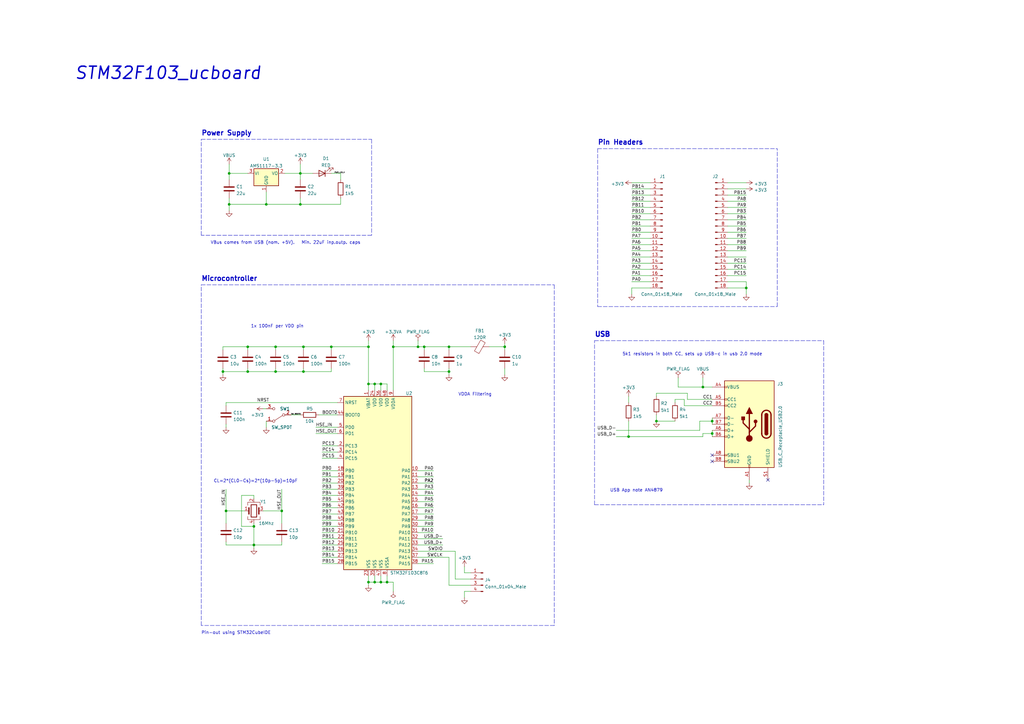
<source format=kicad_sch>
(kicad_sch (version 20211123) (generator eeschema)
  (paper "A3")
  (title_block (title "STM32f103_ucboard") (date "2022-02-07") (rev "0.1") (company "jpais") (comment 1 "jorge-pais.github.io"))
  (lib_symbols
    (symbol "Connector:Conn_01x04_Male" (pin_names (offset 1.016) hide)
      (property "Reference" "J" (at 0 5.08 0))
      (property "Value" "Conn_01x04_Male" (at 0 -7.62 0))
      (symbol "Conn_01x04_Male_1_1"
        (polyline (pts (xy 1.27 -5.08) (xy 0.8636 -5.08)) (stroke (width 0.1524)))
        (polyline (pts (xy 1.27 -2.54) (xy 0.8636 -2.54)) (stroke (width 0.1524)))
        (polyline (pts (xy 1.27 0) (xy 0.8636 0)) (stroke (width 0.1524)))
        (polyline (pts (xy 1.27 2.54) (xy 0.8636 2.54)) (stroke (width 0.1524)))
        (rectangle (start 0.8636 -4.953) (end 0 -5.207) (stroke (width 0.1524)) (fill (type outline)))
        (rectangle (start 0.8636 -2.413) (end 0 -2.667) (stroke (width 0.1524)) (fill (type outline)))
        (rectangle (start 0.8636 0.127) (end 0 -0.127) (stroke (width 0.1524)) (fill (type outline)))
        (rectangle (start 0.8636 2.667) (end 0 2.413) (stroke (width 0.1524)) (fill (type outline)))
        (pin passive line (at 5.08 2.54 180) (length 3.81) (name "Pin_1") (number "1"))
        (pin passive line (at 5.08 0 180) (length 3.81) (name "Pin_2") (number "2"))
        (pin passive line (at 5.08 -2.54 180) (length 3.81) (name "Pin_3") (number "3"))
        (pin passive line (at 5.08 -5.08 180) (length 3.81) (name "Pin_4") (number "4"))
      )
    )
    (symbol "Connector:Conn_01x18_Male" (pin_names (offset 1.016) hide)
      (property "Reference" "J" (at 0 22.86 0))
      (property "Value" "Conn_01x18_Male" (at 0 -25.4 0))
      (symbol "Conn_01x18_Male_1_1"
        (polyline (pts (xy 1.27 -22.86) (xy 0.8636 -22.86)) (stroke (width 0.1524)))
        (polyline (pts (xy 1.27 -20.32) (xy 0.8636 -20.32)) (stroke (width 0.1524)))
        (polyline (pts (xy 1.27 -17.78) (xy 0.8636 -17.78)) (stroke (width 0.1524)))
        (polyline (pts (xy 1.27 -15.24) (xy 0.8636 -15.24)) (stroke (width 0.1524)))
        (polyline (pts (xy 1.27 -12.7) (xy 0.8636 -12.7)) (stroke (width 0.1524)))
        (polyline (pts (xy 1.27 -10.16) (xy 0.8636 -10.16)) (stroke (width 0.1524)))
        (polyline (pts (xy 1.27 -7.62) (xy 0.8636 -7.62)) (stroke (width 0.1524)))
        (polyline (pts (xy 1.27 -5.08) (xy 0.8636 -5.08)) (stroke (width 0.1524)))
        (polyline (pts (xy 1.27 -2.54) (xy 0.8636 -2.54)) (stroke (width 0.1524)))
        (polyline (pts (xy 1.27 0) (xy 0.8636 0)) (stroke (width 0.1524)))
        (polyline (pts (xy 1.27 2.54) (xy 0.8636 2.54)) (stroke (width 0.1524)))
        (polyline (pts (xy 1.27 5.08) (xy 0.8636 5.08)) (stroke (width 0.1524)))
        (polyline (pts (xy 1.27 7.62) (xy 0.8636 7.62)) (stroke (width 0.1524)))
        (polyline (pts (xy 1.27 10.16) (xy 0.8636 10.16)) (stroke (width 0.1524)))
        (polyline (pts (xy 1.27 12.7) (xy 0.8636 12.7)) (stroke (width 0.1524)))
        (polyline (pts (xy 1.27 15.24) (xy 0.8636 15.24)) (stroke (width 0.1524)))
        (polyline (pts (xy 1.27 17.78) (xy 0.8636 17.78)) (stroke (width 0.1524)))
        (polyline (pts (xy 1.27 20.32) (xy 0.8636 20.32)) (stroke (width 0.1524)))
        (rectangle (start 0.8636 -22.733) (end 0 -22.987) (stroke (width 0.1524)) (fill (type outline)))
        (rectangle (start 0.8636 -20.193) (end 0 -20.447) (stroke (width 0.1524)) (fill (type outline)))
        (rectangle (start 0.8636 -17.653) (end 0 -17.907) (stroke (width 0.1524)) (fill (type outline)))
        (rectangle (start 0.8636 -15.113) (end 0 -15.367) (stroke (width 0.1524)) (fill (type outline)))
        (rectangle (start 0.8636 -12.573) (end 0 -12.827) (stroke (width 0.1524)) (fill (type outline)))
        (rectangle (start 0.8636 -10.033) (end 0 -10.287) (stroke (width 0.1524)) (fill (type outline)))
        (rectangle (start 0.8636 -7.493) (end 0 -7.747) (stroke (width 0.1524)) (fill (type outline)))
        (rectangle (start 0.8636 -4.953) (end 0 -5.207) (stroke (width 0.1524)) (fill (type outline)))
        (rectangle (start 0.8636 -2.413) (end 0 -2.667) (stroke (width 0.1524)) (fill (type outline)))
        (rectangle (start 0.8636 0.127) (end 0 -0.127) (stroke (width 0.1524)) (fill (type outline)))
        (rectangle (start 0.8636 2.667) (end 0 2.413) (stroke (width 0.1524)) (fill (type outline)))
        (rectangle (start 0.8636 5.207) (end 0 4.953) (stroke (width 0.1524)) (fill (type outline)))
        (rectangle (start 0.8636 7.747) (end 0 7.493) (stroke (width 0.1524)) (fill (type outline)))
        (rectangle (start 0.8636 10.287) (end 0 10.033) (stroke (width 0.1524)) (fill (type outline)))
        (rectangle (start 0.8636 12.827) (end 0 12.573) (stroke (width 0.1524)) (fill (type outline)))
        (rectangle (start 0.8636 15.367) (end 0 15.113) (stroke (width 0.1524)) (fill (type outline)))
        (rectangle (start 0.8636 17.907) (end 0 17.653) (stroke (width 0.1524)) (fill (type outline)))
        (rectangle (start 0.8636 20.447) (end 0 20.193) (stroke (width 0.1524)) (fill (type outline)))
        (pin passive line (at 5.08 20.32 180) (length 3.81) (name "Pin_1") (number "1"))
        (pin passive line (at 5.08 -2.54 180) (length 3.81) (name "Pin_10") (number "10"))
        (pin passive line (at 5.08 -5.08 180) (length 3.81) (name "Pin_11") (number "11"))
        (pin passive line (at 5.08 -7.62 180) (length 3.81) (name "Pin_12") (number "12"))
        (pin passive line (at 5.08 -10.16 180) (length 3.81) (name "Pin_13") (number "13"))
        (pin passive line (at 5.08 -12.7 180) (length 3.81) (name "Pin_14") (number "14"))
        (pin passive line (at 5.08 -15.24 180) (length 3.81) (name "Pin_15") (number "15"))
        (pin passive line (at 5.08 -17.78 180) (length 3.81) (name "Pin_16") (number "16"))
        (pin passive line (at 5.08 -20.32 180) (length 3.81) (name "Pin_17") (number "17"))
        (pin passive line (at 5.08 -22.86 180) (length 3.81) (name "Pin_18") (number "18"))
        (pin passive line (at 5.08 17.78 180) (length 3.81) (name "Pin_2") (number "2"))
        (pin passive line (at 5.08 15.24 180) (length 3.81) (name "Pin_3") (number "3"))
        (pin passive line (at 5.08 12.7 180) (length 3.81) (name "Pin_4") (number "4"))
        (pin passive line (at 5.08 10.16 180) (length 3.81) (name "Pin_5") (number "5"))
        (pin passive line (at 5.08 7.62 180) (length 3.81) (name "Pin_6") (number "6"))
        (pin passive line (at 5.08 5.08 180) (length 3.81) (name "Pin_7") (number "7"))
        (pin passive line (at 5.08 2.54 180) (length 3.81) (name "Pin_8") (number "8"))
        (pin passive line (at 5.08 0 180) (length 3.81) (name "Pin_9") (number "9"))
      )
    )
    (symbol "Connector:USB_C_Receptacle_USB2.0" (pin_names (offset 1.016))
      (property "Reference" "J" (at -10.16 19.05 0))
      (property "Value" "USB_C_Receptacle_USB2.0" (at 19.05 19.05 0))
      (symbol "USB_C_Receptacle_USB2.0_0_0"
        (rectangle (start -0.254 -17.78) (end 0.254 -16.764))
        (rectangle (start 10.16 -14.986) (end 9.144 -15.494))
        (rectangle (start 10.16 -12.446) (end 9.144 -12.954))
        (rectangle (start 10.16 -4.826) (end 9.144 -5.334))
        (rectangle (start 10.16 -2.286) (end 9.144 -2.794))
        (rectangle (start 10.16 0.254) (end 9.144 -0.254))
        (rectangle (start 10.16 2.794) (end 9.144 2.286))
        (rectangle (start 10.16 7.874) (end 9.144 7.366))
        (rectangle (start 10.16 10.414) (end 9.144 9.906))
        (rectangle (start 10.16 15.494) (end 9.144 14.986))
      )
      (symbol "USB_C_Receptacle_USB2.0_0_1"
        (rectangle (start -10.16 17.78) (end 10.16 -17.78) (stroke (width 0.254)) (fill (type background)))
        (arc (start -8.89 -3.81) (mid -6.985 -5.715) (end -5.08 -3.81) (stroke (width 0.508)))
        (arc (start -7.62 -3.81) (mid -6.985 -4.445) (end -6.35 -3.81) (stroke (width 0.254)))
        (arc (start -7.62 -3.81) (mid -6.985 -4.445) (end -6.35 -3.81) (stroke (width 0.254)) (fill (type outline)))
        (rectangle (start -7.62 -3.81) (end -6.35 3.81) (stroke (width 0.254)) (fill (type outline)))
        (arc (start -6.35 3.81) (mid -6.985 4.445) (end -7.62 3.81) (stroke (width 0.254)))
        (arc (start -6.35 3.81) (mid -6.985 4.445) (end -7.62 3.81) (stroke (width 0.254)) (fill (type outline)))
        (arc (start -5.08 3.81) (mid -6.985 5.715) (end -8.89 3.81) (stroke (width 0.508)))
        (circle (center -2.54 1.143) (radius 0.635) (stroke (width 0.254)) (fill (type outline)))
        (circle (center 0 -5.842) (radius 1.27) (fill (type outline)))
        (polyline (pts (xy -8.89 -3.81) (xy -8.89 3.81)) (stroke (width 0.508)))
        (polyline (pts (xy -5.08 3.81) (xy -5.08 -3.81)) (stroke (width 0.508)))
        (polyline (pts (xy 0 -5.842) (xy 0 4.318)) (stroke (width 0.508)))
        (polyline (pts (xy 0 -3.302) (xy -2.54 -0.762) (xy -2.54 0.508)) (stroke (width 0.508)))
        (polyline (pts (xy 0 -2.032) (xy 2.54 0.508) (xy 2.54 1.778)) (stroke (width 0.508)))
        (polyline (pts (xy -1.27 4.318) (xy 0 6.858) (xy 1.27 4.318) (xy -1.27 4.318)) (stroke (width 0.254)) (fill (type outline)))
        (rectangle (start 1.905 1.778) (end 3.175 3.048) (stroke (width 0.254)) (fill (type outline)))
      )
      (symbol "USB_C_Receptacle_USB2.0_1_1"
        (pin passive line (at 0 -22.86 90) (length 5.08) (name "GND") (number "A1"))
        (pin passive line (at 0 -22.86 90) (length 5.08) hide (name "GND") (number "A12"))
        (pin passive line (at 15.24 15.24 180) (length 5.08) (name "VBUS") (number "A4"))
        (pin bidirectional line (at 15.24 10.16 180) (length 5.08) (name "CC1") (number "A5"))
        (pin bidirectional line (at 15.24 -2.54 180) (length 5.08) (name "D+") (number "A6"))
        (pin bidirectional line (at 15.24 2.54 180) (length 5.08) (name "D-") (number "A7"))
        (pin bidirectional line (at 15.24 -12.7 180) (length 5.08) (name "SBU1") (number "A8"))
        (pin passive line (at 15.24 15.24 180) (length 5.08) hide (name "VBUS") (number "A9"))
        (pin passive line (at 0 -22.86 90) (length 5.08) hide (name "GND") (number "B1"))
        (pin passive line (at 0 -22.86 90) (length 5.08) hide (name "GND") (number "B12"))
        (pin passive line (at 15.24 15.24 180) (length 5.08) hide (name "VBUS") (number "B4"))
        (pin bidirectional line (at 15.24 7.62 180) (length 5.08) (name "CC2") (number "B5"))
        (pin bidirectional line (at 15.24 -5.08 180) (length 5.08) (name "D+") (number "B6"))
        (pin bidirectional line (at 15.24 0 180) (length 5.08) (name "D-") (number "B7"))
        (pin bidirectional line (at 15.24 -15.24 180) (length 5.08) (name "SBU2") (number "B8"))
        (pin passive line (at 15.24 15.24 180) (length 5.08) hide (name "VBUS") (number "B9"))
        (pin passive line (at -7.62 -22.86 90) (length 5.08) (name "SHIELD") (number "S1"))
      )
    )
    (symbol "Device:C" (pin_numbers hide) (pin_names (offset 0.254))
      (property "Reference" "C" (at 0.635 2.54 0))
      (property "Value" "C" (at 0.635 -2.54 0))
      (symbol "C_0_1"
        (polyline (pts (xy -2.032 -0.762) (xy 2.032 -0.762)) (stroke (width 0.508)))
        (polyline (pts (xy -2.032 0.762) (xy 2.032 0.762)) (stroke (width 0.508)))
      )
      (symbol "C_1_1"
        (pin passive line (at 0 3.81 270) (length 2.794) (name "~") (number "1"))
        (pin passive line (at 0 -3.81 90) (length 2.794) (name "~") (number "2"))
      )
    )
    (symbol "Device:Crystal_GND24" (pin_names (offset 1.016) hide)
      (property "Reference" "Y" (at 3.175 5.08 0))
      (property "Value" "Crystal_GND24" (at 3.175 3.175 0))
      (symbol "Crystal_GND24_0_1"
        (rectangle (start -1.143 2.54) (end 1.143 -2.54) (stroke (width 0.3048)))
        (polyline (pts (xy -2.54 0) (xy -2.032 0)))
        (polyline (pts (xy -2.032 -1.27) (xy -2.032 1.27)) (stroke (width 0.508)))
        (polyline (pts (xy 0 -3.81) (xy 0 -3.556)))
        (polyline (pts (xy 0 3.556) (xy 0 3.81)))
        (polyline (pts (xy 2.032 -1.27) (xy 2.032 1.27)) (stroke (width 0.508)))
        (polyline (pts (xy 2.032 0) (xy 2.54 0)))
        (polyline (pts (xy -2.54 -2.286) (xy -2.54 -3.556) (xy 2.54 -3.556) (xy 2.54 -2.286)))
        (polyline (pts (xy -2.54 2.286) (xy -2.54 3.556) (xy 2.54 3.556) (xy 2.54 2.286)))
      )
      (symbol "Crystal_GND24_1_1"
        (pin passive line (at -3.81 0 0) (length 1.27) (name "1") (number "1"))
        (pin passive line (at 0 5.08 270) (length 1.27) (name "2") (number "2"))
        (pin passive line (at 3.81 0 180) (length 1.27) (name "3") (number "3"))
        (pin passive line (at 0 -5.08 90) (length 1.27) (name "4") (number "4"))
      )
    )
    (symbol "Device:FerriteBead" (pin_numbers hide) (pin_names (offset 0))
      (property "Reference" "FB" (at -3.81 0.635 90))
      (property "Value" "FerriteBead" (at 3.81 0 90))
      (symbol "FerriteBead_0_1"
        (polyline (pts (xy 0 -1.27) (xy 0 -1.2192)))
        (polyline (pts (xy 0 1.27) (xy 0 1.2954)))
        (polyline (pts (xy -2.7686 0.4064) (xy -1.7018 2.2606) (xy 2.7686 -0.3048) (xy 1.6764 -2.159) (xy -2.7686 0.4064)))
      )
      (symbol "FerriteBead_1_1"
        (pin passive line (at 0 3.81 270) (length 2.54) (name "~") (number "1"))
        (pin passive line (at 0 -3.81 90) (length 2.54) (name "~") (number "2"))
      )
    )
    (symbol "Device:LED" (pin_numbers hide) (pin_names (offset 1.016) hide)
      (property "Reference" "D" (at 0 2.54 0))
      (property "Value" "LED" (at 0 -2.54 0))
      (symbol "LED_0_1"
        (polyline (pts (xy -1.27 -1.27) (xy -1.27 1.27)) (stroke (width 0.254)))
        (polyline (pts (xy -1.27 0) (xy 1.27 0)))
        (polyline (pts (xy 1.27 -1.27) (xy 1.27 1.27) (xy -1.27 0) (xy 1.27 -1.27)) (stroke (width 0.254)))
        (polyline (pts (xy -3.048 -0.762) (xy -4.572 -2.286) (xy -3.81 -2.286) (xy -4.572 -2.286) (xy -4.572 -1.524)))
        (polyline (pts (xy -1.778 -0.762) (xy -3.302 -2.286) (xy -2.54 -2.286) (xy -3.302 -2.286) (xy -3.302 -1.524)))
      )
      (symbol "LED_1_1"
        (pin passive line (at -3.81 0 0) (length 2.54) (name "K") (number "1"))
        (pin passive line (at 3.81 0 180) (length 2.54) (name "A") (number "2"))
      )
    )
    (symbol "Device:R" (pin_numbers hide) (pin_names (offset 0))
      (property "Reference" "R" (at 2.032 0 90))
      (property "Value" "R" (at 0 0 90))
      (symbol "R_0_1"
        (rectangle (start -1.016 -2.54) (end 1.016 2.54) (stroke (width 0.254)))
      )
      (symbol "R_1_1"
        (pin passive line (at 0 3.81 270) (length 1.27) (name "~") (number "1"))
        (pin passive line (at 0 -3.81 90) (length 1.27) (name "~") (number "2"))
      )
    )
    (symbol "MCU_ST_STM32F1:STM32F103C8Tx"
      (property "Reference" "U" (at -15.24 36.83 0))
      (property "Value" "STM32F103C8Tx" (at 7.62 36.83 0))
      (symbol "STM32F103C8Tx_0_1"
        (rectangle (start -15.24 -35.56) (end 12.7 35.56) (stroke (width 0.254)) (fill (type background)))
      )
      (symbol "STM32F103C8Tx_1_1"
        (pin power_in line (at -5.08 38.1 270) (length 2.54) (name "VBAT") (number "1"))
        (pin bidirectional line (at 15.24 5.08 180) (length 2.54) (name "PA0") (number "10"))
        (pin bidirectional line (at 15.24 2.54 180) (length 2.54) (name "PA1") (number "11"))
        (pin bidirectional line (at 15.24 0 180) (length 2.54) (name "PA2") (number "12"))
        (pin bidirectional line (at 15.24 -2.54 180) (length 2.54) (name "PA3") (number "13"))
        (pin bidirectional line (at 15.24 -5.08 180) (length 2.54) (name "PA4") (number "14"))
        (pin bidirectional line (at 15.24 -7.62 180) (length 2.54) (name "PA5") (number "15"))
        (pin bidirectional line (at 15.24 -10.16 180) (length 2.54) (name "PA6") (number "16"))
        (pin bidirectional line (at 15.24 -12.7 180) (length 2.54) (name "PA7") (number "17"))
        (pin bidirectional line (at -17.78 5.08 0) (length 2.54) (name "PB0") (number "18"))
        (pin bidirectional line (at -17.78 2.54 0) (length 2.54) (name "PB1") (number "19"))
        (pin bidirectional line (at -17.78 15.24 0) (length 2.54) (name "PC13") (number "2"))
        (pin bidirectional line (at -17.78 0 0) (length 2.54) (name "PB2") (number "20"))
        (pin bidirectional line (at -17.78 -20.32 0) (length 2.54) (name "PB10") (number "21"))
        (pin bidirectional line (at -17.78 -22.86 0) (length 2.54) (name "PB11") (number "22"))
        (pin power_in line (at -5.08 -38.1 90) (length 2.54) (name "VSS") (number "23"))
        (pin power_in line (at -2.54 38.1 270) (length 2.54) (name "VDD") (number "24"))
        (pin bidirectional line (at -17.78 -25.4 0) (length 2.54) (name "PB12") (number "25"))
        (pin bidirectional line (at -17.78 -27.94 0) (length 2.54) (name "PB13") (number "26"))
        (pin bidirectional line (at -17.78 -30.48 0) (length 2.54) (name "PB14") (number "27"))
        (pin bidirectional line (at -17.78 -33.02 0) (length 2.54) (name "PB15") (number "28"))
        (pin bidirectional line (at 15.24 -15.24 180) (length 2.54) (name "PA8") (number "29"))
        (pin bidirectional line (at -17.78 12.7 0) (length 2.54) (name "PC14") (number "3"))
        (pin bidirectional line (at 15.24 -17.78 180) (length 2.54) (name "PA9") (number "30"))
        (pin bidirectional line (at 15.24 -20.32 180) (length 2.54) (name "PA10") (number "31"))
        (pin bidirectional line (at 15.24 -22.86 180) (length 2.54) (name "PA11") (number "32"))
        (pin bidirectional line (at 15.24 -25.4 180) (length 2.54) (name "PA12") (number "33"))
        (pin bidirectional line (at 15.24 -27.94 180) (length 2.54) (name "PA13") (number "34"))
        (pin power_in line (at -2.54 -38.1 90) (length 2.54) (name "VSS") (number "35"))
        (pin power_in line (at 0 38.1 270) (length 2.54) (name "VDD") (number "36"))
        (pin bidirectional line (at 15.24 -30.48 180) (length 2.54) (name "PA14") (number "37"))
        (pin bidirectional line (at 15.24 -33.02 180) (length 2.54) (name "PA15") (number "38"))
        (pin bidirectional line (at -17.78 -2.54 0) (length 2.54) (name "PB3") (number "39"))
        (pin bidirectional line (at -17.78 10.16 0) (length 2.54) (name "PC15") (number "4"))
        (pin bidirectional line (at -17.78 -5.08 0) (length 2.54) (name "PB4") (number "40"))
        (pin bidirectional line (at -17.78 -7.62 0) (length 2.54) (name "PB5") (number "41"))
        (pin bidirectional line (at -17.78 -10.16 0) (length 2.54) (name "PB6") (number "42"))
        (pin bidirectional line (at -17.78 -12.7 0) (length 2.54) (name "PB7") (number "43"))
        (pin input line (at -17.78 27.94 0) (length 2.54) (name "BOOT0") (number "44"))
        (pin bidirectional line (at -17.78 -15.24 0) (length 2.54) (name "PB8") (number "45"))
        (pin bidirectional line (at -17.78 -17.78 0) (length 2.54) (name "PB9") (number "46"))
        (pin power_in line (at 0 -38.1 90) (length 2.54) (name "VSS") (number "47"))
        (pin power_in line (at 2.54 38.1 270) (length 2.54) (name "VDD") (number "48"))
        (pin input line (at -17.78 22.86 0) (length 2.54) (name "PD0") (number "5"))
        (pin input line (at -17.78 20.32 0) (length 2.54) (name "PD1") (number "6"))
        (pin input line (at -17.78 33.02 0) (length 2.54) (name "NRST") (number "7"))
        (pin power_in line (at 2.54 -38.1 90) (length 2.54) (name "VSSA") (number "8"))
        (pin power_in line (at 5.08 38.1 270) (length 2.54) (name "VDDA") (number "9"))
      )
    )
    (symbol "Regulator_Linear:AMS1117-3.3" (pin_names (offset 0.254))
      (property "Reference" "U" (at -3.81 3.175 0))
      (property "Value" "AMS1117-3.3" (at 0 3.175 0))
      (symbol "AMS1117-3.3_0_1"
        (rectangle (start -5.08 -5.08) (end 5.08 1.905) (stroke (width 0.254)) (fill (type background)))
      )
      (symbol "AMS1117-3.3_1_1"
        (pin power_in line (at 0 -7.62 90) (length 2.54) (name "GND") (number "1"))
        (pin power_out line (at 7.62 0 180) (length 2.54) (name "VO") (number "2"))
        (pin power_in line (at -7.62 0 0) (length 2.54) (name "VI") (number "3"))
      )
    )
    (symbol "Switch:SW_SPDT" (pin_names (offset 0) hide)
      (property "Reference" "SW" (at 0 4.318 0))
      (property "Value" "SW_SPDT" (at 0 -5.08 0))
      (symbol "SW_SPDT_0_0"
        (circle (center -2.032 0) (radius 0.508))
        (circle (center 2.032 -2.54) (radius 0.508))
      )
      (symbol "SW_SPDT_0_1"
        (polyline (pts (xy -1.524 0.254) (xy 1.651 2.286)))
        (circle (center 2.032 2.54) (radius 0.508))
      )
      (symbol "SW_SPDT_1_1"
        (pin passive line (at 5.08 2.54 180) (length 2.54) (name "A") (number "1"))
        (pin passive line (at -5.08 0 0) (length 2.54) (name "B") (number "2"))
        (pin passive line (at 5.08 -2.54 180) (length 2.54) (name "C") (number "3"))
      )
    )
    (symbol "power:+3.3V" (power) (pin_names (offset 0))
      (property "Value" "+3.3V" (at 0 3.556 0))
      (symbol "+3.3V_0_1"
        (polyline (pts (xy -0.762 1.27) (xy 0 2.54)))
        (polyline (pts (xy 0 0) (xy 0 2.54)))
        (polyline (pts (xy 0 2.54) (xy 0.762 1.27)))
      )
      (symbol "+3.3V_1_1"
        (pin power_in line (at 0 0 90) (length 0) hide (name "+3V3") (number "1"))
      )
    )
    (symbol "power:+3.3VA" (power) (pin_names (offset 0))
      (property "Value" "+3.3VA" (at 0 3.556 0))
      (symbol "+3.3VA_0_1"
        (polyline (pts (xy -0.762 1.27) (xy 0 2.54)))
        (polyline (pts (xy 0 0) (xy 0 2.54)))
        (polyline (pts (xy 0 2.54) (xy 0.762 1.27)))
      )
      (symbol "+3.3VA_1_1"
        (pin power_in line (at 0 0 90) (length 0) hide (name "+3.3VA") (number "1"))
      )
    )
    (symbol "power:GND" (power) (pin_names (offset 0))
      (property "Value" "GND" (at 0 -3.81 0))
      (symbol "GND_0_1"
        (polyline (pts (xy 0 0) (xy 0 -1.27) (xy 1.27 -1.27) (xy 0 -2.54) (xy -1.27 -1.27) (xy 0 -1.27)))
      )
      (symbol "GND_1_1"
        (pin power_in line (at 0 0 270) (length 0) hide (name "GND") (number "1"))
      )
    )
    (symbol "power:PWR_FLAG" (power) (pin_numbers hide) (pin_names (offset 0) hide)
      (property "Value" "PWR_FLAG" (at 0 3.81 0))
      (symbol "PWR_FLAG_0_0"
        (pin power_out line (at 0 0 90) (length 0) (name "pwr") (number "1"))
      )
      (symbol "PWR_FLAG_0_1"
        (polyline (pts (xy 0 0) (xy 0 1.27) (xy -1.016 1.905) (xy 0 2.54) (xy 1.016 1.905) (xy 0 1.27)))
      )
    )
    (symbol "power:VBUS" (power) (pin_names (offset 0))
      (property "Value" "VBUS" (at 0 3.81 0))
      (symbol "VBUS_0_1"
        (polyline (pts (xy -0.762 1.27) (xy 0 2.54)))
        (polyline (pts (xy 0 0) (xy 0 2.54)))
        (polyline (pts (xy 0 2.54) (xy 0.762 1.27)))
      )
      (symbol "VBUS_1_1"
        (pin power_in line (at 0 0 90) (length 0) hide (name "VBUS") (number "1"))
      )
    )
  )
  (junction (at 207.01 142.24))
  (junction (at 123.19 83.82))
  (junction (at 184.15 142.24))
  (junction (at 161.29 142.24))
  (junction (at 113.03 152.4))
  (junction (at 156.21 238.76))
  (junction (at 292.1 172.72))
  (junction (at 184.15 152.4))
  (junction (at 153.67 238.76))
  (junction (at 91.44 152.4))
  (junction (at 93.98 71.12))
  (junction (at 124.46 152.4))
  (junction (at 93.98 83.82))
  (junction (at 306.07 118.11))
  (junction (at 101.6 142.24))
  (junction (at 151.13 142.24))
  (junction (at 269.24 172.72))
  (junction (at 115.57 209.55))
  (junction (at 151.13 238.76))
  (junction (at 123.19 71.12))
  (junction (at 257.81 179.07))
  (junction (at 153.67 157.48))
  (junction (at 101.6 152.4))
  (junction (at 173.99 142.24))
  (junction (at 104.14 215.9))
  (junction (at 288.29 158.75))
  (junction (at 156.21 157.48))
  (junction (at 104.14 223.52))
  (junction (at 158.75 238.76))
  (junction (at 92.71 209.55))
  (junction (at 151.13 157.48))
  (junction (at 135.89 142.24))
  (junction (at 113.03 142.24))
  (junction (at 171.45 142.24))
  (junction (at 124.46 142.24))
  (junction (at 292.1 177.8))
  (junction (at 109.22 83.82))
  (no_connect (at 292.1 189.23))
  (no_connect (at 292.1 186.69))
  (no_connect (at 314.96 196.85))
  (wire (pts (xy 104.14 214.63) (xy 104.14 215.9)))
  (wire (pts (xy 119.38 170.18) (xy 123.19 170.18)))
  (wire (pts (xy 306.07 118.11) (xy 306.07 120.65)))
  (wire (pts (xy 288.29 158.75) (xy 292.1 158.75)))
  (polyline (pts (xy 245.11 125.73) (xy 318.77 125.73)))
  (wire (pts (xy 113.03 142.24) (xy 101.6 142.24)))
  (wire (pts (xy 132.08 228.6) (xy 138.43 228.6)))
  (wire (pts (xy 259.08 100.33) (xy 266.7 100.33)))
  (wire (pts (xy 93.98 83.82) (xy 109.22 83.82)))
  (wire (pts (xy 132.08 198.12) (xy 138.43 198.12)))
  (wire (pts (xy 124.46 142.24) (xy 124.46 143.51)))
  (wire (pts (xy 156.21 238.76) (xy 158.75 238.76)))
  (wire (pts (xy 173.99 142.24) (xy 173.99 143.51)))
  (wire (pts (xy 259.08 82.55) (xy 266.7 82.55)))
  (wire (pts (xy 171.45 198.12) (xy 177.8 198.12)))
  (wire (pts (xy 124.46 151.13) (xy 124.46 152.4)))
  (polyline (pts (xy 227.33 116.84) (xy 227.33 256.54)))
  (wire (pts (xy 153.67 236.22) (xy 153.67 238.76)))
  (wire (pts (xy 104.14 215.9) (xy 99.06 215.9)))
  (wire (pts (xy 298.45 100.33) (xy 306.07 100.33)))
  (wire (pts (xy 259.08 107.95) (xy 266.7 107.95)))
  (wire (pts (xy 124.46 142.24) (xy 113.03 142.24)))
  (wire (pts (xy 104.14 203.2) (xy 104.14 204.47)))
  (wire (pts (xy 124.46 152.4) (xy 135.89 152.4)))
  (wire (pts (xy 292.1 172.72) (xy 292.1 173.99)))
  (wire (pts (xy 101.6 142.24) (xy 101.6 143.51)))
  (polyline (pts (xy 152.4 57.15) (xy 152.4 96.52)))
  (wire (pts (xy 307.34 196.85) (xy 307.34 198.12)))
  (wire (pts (xy 115.57 209.55) (xy 115.57 214.63)))
  (wire (pts (xy 99.06 203.2) (xy 104.14 203.2)))
  (wire (pts (xy 151.13 236.22) (xy 151.13 238.76)))
  (wire (pts (xy 151.13 238.76) (xy 153.67 238.76)))
  (wire (pts (xy 252.73 176.53) (xy 287.02 176.53)))
  (wire (pts (xy 190.5 234.95) (xy 193.04 234.95)))
  (wire (pts (xy 259.08 90.17) (xy 266.7 90.17)))
  (wire (pts (xy 139.7 81.28) (xy 139.7 83.82)))
  (wire (pts (xy 135.89 143.51) (xy 135.89 142.24)))
  (wire (pts (xy 132.08 226.06) (xy 138.43 226.06)))
  (wire (pts (xy 115.57 200.66) (xy 115.57 209.55)))
  (wire (pts (xy 269.24 161.29) (xy 281.94 161.29)))
  (wire (pts (xy 132.08 182.88) (xy 138.43 182.88)))
  (wire (pts (xy 184.15 151.13) (xy 184.15 152.4)))
  (wire (pts (xy 104.14 215.9) (xy 104.14 223.52)))
  (wire (pts (xy 92.71 165.1) (xy 138.43 165.1)))
  (wire (pts (xy 280.67 166.37) (xy 292.1 166.37)))
  (wire (pts (xy 292.1 177.8) (xy 292.1 179.07)))
  (wire (pts (xy 281.94 161.29) (xy 281.94 163.83)))
  (wire (pts (xy 161.29 238.76) (xy 158.75 238.76)))
  (wire (pts (xy 107.95 167.64) (xy 109.22 167.64)))
  (wire (pts (xy 259.08 110.49) (xy 266.7 110.49)))
  (wire (pts (xy 91.44 142.24) (xy 91.44 143.51)))
  (wire (pts (xy 257.81 172.72) (xy 257.81 179.07)))
  (wire (pts (xy 135.89 151.13) (xy 135.89 152.4)))
  (wire (pts (xy 190.5 232.41) (xy 190.5 234.95)))
  (wire (pts (xy 132.08 210.82) (xy 138.43 210.82)))
  (wire (pts (xy 139.7 71.12) (xy 139.7 73.66)))
  (wire (pts (xy 298.45 82.55) (xy 306.07 82.55)))
  (wire (pts (xy 171.45 193.04) (xy 177.8 193.04)))
  (wire (pts (xy 193.04 242.57) (xy 190.5 242.57)))
  (wire (pts (xy 298.45 107.95) (xy 306.07 107.95)))
  (wire (pts (xy 132.08 185.42) (xy 138.43 185.42)))
  (wire (pts (xy 132.08 203.2) (xy 138.43 203.2)))
  (polyline (pts (xy 243.84 207.01) (xy 243.84 139.7)))
  (wire (pts (xy 93.98 67.31) (xy 93.98 71.12)))
  (wire (pts (xy 278.13 158.75) (xy 288.29 158.75)))
  (wire (pts (xy 132.08 220.98) (xy 138.43 220.98)))
  (polyline (pts (xy 82.55 116.84) (xy 227.33 116.84)))
  (wire (pts (xy 132.08 187.96) (xy 138.43 187.96)))
  (wire (pts (xy 288.29 177.8) (xy 288.29 179.07)))
  (wire (pts (xy 93.98 71.12) (xy 93.98 73.66)))
  (polyline (pts (xy 152.4 96.52) (xy 82.55 96.52)))
  (wire (pts (xy 269.24 170.18) (xy 269.24 172.72)))
  (wire (pts (xy 135.89 142.24) (xy 151.13 142.24)))
  (wire (pts (xy 113.03 151.13) (xy 113.03 152.4)))
  (wire (pts (xy 207.01 142.24) (xy 207.01 143.51)))
  (wire (pts (xy 153.67 157.48) (xy 156.21 157.48)))
  (wire (pts (xy 292.1 171.45) (xy 292.1 172.72)))
  (wire (pts (xy 109.22 78.74) (xy 109.22 83.82)))
  (wire (pts (xy 123.19 83.82) (xy 139.7 83.82)))
  (wire (pts (xy 298.45 102.87) (xy 306.07 102.87)))
  (wire (pts (xy 135.89 142.24) (xy 124.46 142.24)))
  (wire (pts (xy 115.57 222.25) (xy 115.57 223.52)))
  (wire (pts (xy 259.08 115.57) (xy 266.7 115.57)))
  (wire (pts (xy 306.07 115.57) (xy 306.07 118.11)))
  (wire (pts (xy 171.45 215.9) (xy 177.8 215.9)))
  (wire (pts (xy 132.08 231.14) (xy 138.43 231.14)))
  (polyline (pts (xy 337.82 139.7) (xy 337.82 207.01)))
  (polyline (pts (xy 245.11 60.96) (xy 318.77 60.96)))
  (polyline (pts (xy 318.77 125.73) (xy 318.77 60.96)))
  (wire (pts (xy 132.08 195.58) (xy 138.43 195.58)))
  (wire (pts (xy 151.13 157.48) (xy 151.13 160.02)))
  (wire (pts (xy 104.14 223.52) (xy 115.57 223.52)))
  (wire (pts (xy 101.6 152.4) (xy 113.03 152.4)))
  (wire (pts (xy 171.45 142.24) (xy 161.29 142.24)))
  (wire (pts (xy 91.44 152.4) (xy 101.6 152.4)))
  (wire (pts (xy 132.08 213.36) (xy 138.43 213.36)))
  (wire (pts (xy 184.15 228.6) (xy 184.15 240.03)))
  (wire (pts (xy 298.45 74.93) (xy 306.07 74.93)))
  (wire (pts (xy 298.45 95.25) (xy 306.07 95.25)))
  (wire (pts (xy 281.94 163.83) (xy 292.1 163.83)))
  (wire (pts (xy 161.29 142.24) (xy 161.29 160.02)))
  (wire (pts (xy 184.15 143.51) (xy 184.15 142.24)))
  (wire (pts (xy 101.6 71.12) (xy 93.98 71.12)))
  (wire (pts (xy 252.73 179.07) (xy 257.81 179.07)))
  (wire (pts (xy 161.29 142.24) (xy 161.29 139.7)))
  (wire (pts (xy 171.45 223.52) (xy 181.61 223.52)))
  (wire (pts (xy 298.45 90.17) (xy 306.07 90.17)))
  (polyline (pts (xy 243.84 139.7) (xy 337.82 139.7)))
  (wire (pts (xy 132.08 205.74) (xy 138.43 205.74)))
  (wire (pts (xy 132.08 223.52) (xy 138.43 223.52)))
  (wire (pts (xy 132.08 218.44) (xy 138.43 218.44)))
  (wire (pts (xy 184.15 142.24) (xy 173.99 142.24)))
  (wire (pts (xy 92.71 209.55) (xy 92.71 214.63)))
  (wire (pts (xy 113.03 142.24) (xy 113.03 143.51)))
  (wire (pts (xy 171.45 226.06) (xy 186.69 226.06)))
  (wire (pts (xy 91.44 151.13) (xy 91.44 152.4)))
  (wire (pts (xy 116.84 71.12) (xy 123.19 71.12)))
  (wire (pts (xy 132.08 208.28) (xy 138.43 208.28)))
  (wire (pts (xy 298.45 115.57) (xy 306.07 115.57)))
  (wire (pts (xy 109.22 83.82) (xy 123.19 83.82)))
  (wire (pts (xy 259.08 95.25) (xy 266.7 95.25)))
  (wire (pts (xy 259.08 97.79) (xy 266.7 97.79)))
  (wire (pts (xy 269.24 172.72) (xy 276.86 172.72)))
  (wire (pts (xy 101.6 151.13) (xy 101.6 152.4)))
  (wire (pts (xy 123.19 71.12) (xy 128.27 71.12)))
  (polyline (pts (xy 82.55 256.54) (xy 82.55 116.84)))
  (polyline (pts (xy 243.84 207.01) (xy 337.82 207.01)))
  (wire (pts (xy 123.19 67.31) (xy 123.19 71.12)))
  (wire (pts (xy 171.45 231.14) (xy 177.8 231.14)))
  (wire (pts (xy 298.45 85.09) (xy 306.07 85.09)))
  (wire (pts (xy 132.08 200.66) (xy 138.43 200.66)))
  (wire (pts (xy 104.14 224.79) (xy 104.14 223.52)))
  (wire (pts (xy 207.01 151.13) (xy 207.01 153.67)))
  (wire (pts (xy 292.1 177.8) (xy 288.29 177.8)))
  (wire (pts (xy 92.71 223.52) (xy 104.14 223.52)))
  (wire (pts (xy 276.86 165.1) (xy 276.86 163.83)))
  (wire (pts (xy 99.06 215.9) (xy 99.06 203.2)))
  (wire (pts (xy 288.29 154.94) (xy 288.29 158.75)))
  (wire (pts (xy 156.21 236.22) (xy 156.21 238.76)))
  (polyline (pts (xy 245.11 60.96) (xy 245.11 125.73)))
  (wire (pts (xy 259.08 105.41) (xy 266.7 105.41)))
  (wire (pts (xy 113.03 152.4) (xy 124.46 152.4)))
  (wire (pts (xy 171.45 203.2) (xy 177.8 203.2)))
  (wire (pts (xy 107.95 209.55) (xy 115.57 209.55)))
  (wire (pts (xy 173.99 142.24) (xy 171.45 142.24)))
  (wire (pts (xy 259.08 74.93) (xy 266.7 74.93)))
  (wire (pts (xy 123.19 83.82) (xy 123.19 81.28)))
  (wire (pts (xy 186.69 237.49) (xy 186.69 226.06)))
  (wire (pts (xy 292.1 176.53) (xy 292.1 177.8)))
  (wire (pts (xy 171.45 213.36) (xy 177.8 213.36)))
  (wire (pts (xy 259.08 113.03) (xy 266.7 113.03)))
  (wire (pts (xy 171.45 195.58) (xy 177.8 195.58)))
  (wire (pts (xy 269.24 162.56) (xy 269.24 161.29)))
  (wire (pts (xy 151.13 142.24) (xy 151.13 157.48)))
  (wire (pts (xy 200.66 142.24) (xy 207.01 142.24)))
  (wire (pts (xy 298.45 80.01) (xy 306.07 80.01)))
  (wire (pts (xy 190.5 242.57) (xy 190.5 245.11)))
  (wire (pts (xy 207.01 140.97) (xy 207.01 142.24)))
  (wire (pts (xy 153.67 157.48) (xy 153.67 160.02)))
  (wire (pts (xy 278.13 154.94) (xy 278.13 158.75)))
  (wire (pts (xy 161.29 242.57) (xy 161.29 238.76)))
  (wire (pts (xy 298.45 105.41) (xy 306.07 105.41)))
  (wire (pts (xy 93.98 81.28) (xy 93.98 83.82)))
  (wire (pts (xy 298.45 113.03) (xy 306.07 113.03)))
  (wire (pts (xy 129.54 177.8) (xy 138.43 177.8)))
  (wire (pts (xy 171.45 220.98) (xy 181.61 220.98)))
  (wire (pts (xy 184.15 142.24) (xy 193.04 142.24)))
  (wire (pts (xy 171.45 228.6) (xy 184.15 228.6)))
  (wire (pts (xy 132.08 215.9) (xy 138.43 215.9)))
  (wire (pts (xy 259.08 85.09) (xy 266.7 85.09)))
  (wire (pts (xy 298.45 97.79) (xy 306.07 97.79)))
  (polyline (pts (xy 82.55 57.15) (xy 152.4 57.15)))
  (wire (pts (xy 171.45 139.7) (xy 171.45 142.24)))
  (wire (pts (xy 173.99 151.13) (xy 173.99 152.4)))
  (wire (pts (xy 132.08 193.04) (xy 138.43 193.04)))
  (polyline (pts (xy 227.33 256.54) (xy 82.55 256.54)))
  (wire (pts (xy 259.08 118.11) (xy 259.08 120.65)))
  (wire (pts (xy 298.45 118.11) (xy 306.07 118.11)))
  (wire (pts (xy 151.13 238.76) (xy 151.13 240.03)))
  (wire (pts (xy 184.15 152.4) (xy 184.15 153.67)))
  (wire (pts (xy 259.08 77.47) (xy 266.7 77.47)))
  (wire (pts (xy 130.81 170.18) (xy 138.43 170.18)))
  (wire (pts (xy 287.02 172.72) (xy 287.02 176.53)))
  (wire (pts (xy 92.71 175.26) (xy 92.71 173.99)))
  (wire (pts (xy 171.45 208.28) (xy 177.8 208.28)))
  (wire (pts (xy 153.67 238.76) (xy 156.21 238.76)))
  (wire (pts (xy 92.71 222.25) (xy 92.71 223.52)))
  (wire (pts (xy 292.1 172.72) (xy 287.02 172.72)))
  (wire (pts (xy 259.08 92.71) (xy 266.7 92.71)))
  (wire (pts (xy 92.71 200.66) (xy 92.71 209.55)))
  (wire (pts (xy 184.15 152.4) (xy 173.99 152.4)))
  (wire (pts (xy 184.15 240.03) (xy 193.04 240.03)))
  (wire (pts (xy 93.98 83.82) (xy 93.98 86.36)))
  (wire (pts (xy 259.08 102.87) (xy 266.7 102.87)))
  (wire (pts (xy 259.08 80.01) (xy 266.7 80.01)))
  (wire (pts (xy 135.89 71.12) (xy 139.7 71.12)))
  (wire (pts (xy 171.45 205.74) (xy 177.8 205.74)))
  (wire (pts (xy 257.81 162.56) (xy 257.81 165.1)))
  (wire (pts (xy 298.45 77.47) (xy 306.07 77.47)))
  (wire (pts (xy 151.13 157.48) (xy 153.67 157.48)))
  (wire (pts (xy 151.13 139.7) (xy 151.13 142.24)))
  (wire (pts (xy 257.81 179.07) (xy 288.29 179.07)))
  (wire (pts (xy 259.08 118.11) (xy 266.7 118.11)))
  (wire (pts (xy 171.45 200.66) (xy 177.8 200.66)))
  (polyline (pts (xy 82.55 96.52) (xy 82.55 57.15)))
  (wire (pts (xy 171.45 210.82) (xy 177.8 210.82)))
  (wire (pts (xy 259.08 87.63) (xy 266.7 87.63)))
  (wire (pts (xy 92.71 166.37) (xy 92.71 165.1)))
  (wire (pts (xy 276.86 163.83) (xy 280.67 163.83)))
  (wire (pts (xy 298.45 87.63) (xy 306.07 87.63)))
  (wire (pts (xy 171.45 218.44) (xy 177.8 218.44)))
  (wire (pts (xy 156.21 157.48) (xy 156.21 160.02)))
  (wire (pts (xy 298.45 92.71) (xy 306.07 92.71)))
  (wire (pts (xy 92.71 209.55) (xy 100.33 209.55)))
  (wire (pts (xy 91.44 152.4) (xy 91.44 153.67)))
  (wire (pts (xy 193.04 237.49) (xy 186.69 237.49)))
  (wire (pts (xy 298.45 110.49) (xy 306.07 110.49)))
  (wire (pts (xy 158.75 236.22) (xy 158.75 238.76)))
  (wire (pts (xy 123.19 71.12) (xy 123.19 73.66)))
  (wire (pts (xy 109.22 172.72) (xy 109.22 175.26)))
  (wire (pts (xy 156.21 157.48) (xy 158.75 157.48)))
  (wire (pts (xy 280.67 163.83) (xy 280.67 166.37)))
  (wire (pts (xy 101.6 142.24) (xy 91.44 142.24)))
  (wire (pts (xy 158.75 157.48) (xy 158.75 160.02)))
  (wire (pts (xy 129.54 175.26) (xy 138.43 175.26)))
  (text "Microcontroller" (at 82.55 115.57 0) (effects (font (size 2 2) (thickness 0.4) bold) (justify left bottom)))
  (text "Pin Headers" (at 245.11 59.69 0) (effects (font (size 2 2) (thickness 0.4) bold) (justify left bottom)))
  (text "1x 100nF per VDD pin\n" (at 102.87 134.62 0) (effects (font (size 1.27 1.27)) (justify left bottom)))
  (text "STM32F103_ucboard" (at 30.48 33.02 0) (effects (font (size 5 5) (thickness 0.6) bold italic) (justify left bottom)))
  (text "VBus comes from USB (nom. +5V).   Min. 22uF inp.outp. caps" (at 86.36 100.33 0) (effects (font (size 1.27 1.27)) (justify left bottom)))
  (text "USB" (at 243.84 138.43 0) (effects (font (size 2 2) (thickness 0.47) bold) (justify left bottom)))
  (text "5k1 resistors in both CC, sets up USB-c in usb 2.0 mode\n" (at 255.27 146.05 0) (effects (font (size 1.27 1.27)) (justify left bottom)))
  (text "Pin-out using STM32CubeIDE\n" (at 82.55 260.35 0) (effects (font (size 1.27 1.27)) (justify left bottom)))
  (text "CL=2*(CL0-Cs)=2*(10p-5p)=10pF" (at 87.63 198.12 0) (effects (font (size 1.27 1.27)) (justify left bottom)))
  (text "VDDA Filtering" (at 187.96 162.56 0) (effects (font (size 1.27 1.27)) (justify left bottom)))
  (text "USB App note AN4879" (at 250.19 201.93 0) (effects (font (size 1.27 1.27)) (justify left bottom)))
  (text "Power Supply\n" (at 82.55 55.88 0) (effects (font (size 2 2) (thickness 0.4) bold) (justify left bottom)))
  (label "PA6" (at 259.08 100.33 0))
  (label "PC15" (at 132.08 187.96 0))
  (label "PB14" (at 132.08 228.6 0))
  (label "PA4" (at 259.08 105.41 0))
  (label "PB9" (at 306.07 102.87 180))
  (label "PA2" (at 177.8 198.12 180))
  (label "PB12" (at 132.08 223.52 0))
  (label "PB15" (at 132.08 231.14 0))
  (label "PA9" (at 177.8 215.9 180))
  (label "PC13" (at 306.07 107.95 180))
  (label "PB4" (at 132.08 203.2 0))
  (label "PB12" (at 259.08 82.55 0))
  (label "PA3" (at 259.08 107.95 0))
  (label "USB_D+" (at 252.73 179.07 180))
  (label "PA8" (at 306.07 82.55 180))
  (label "CC1" (at 288.29 163.83 0))
  (label "PA5" (at 259.08 102.87 0))
  (label "PA15" (at 177.8 231.14 180))
  (label "USB_D-" (at 181.61 220.98 180))
  (label "PB9" (at 132.08 215.9 0))
  (label "PB8" (at 132.08 213.36 0))
  (label "CC2" (at 288.29 166.37 0))
  (label "PB1" (at 132.08 195.58 0))
  (label "PB2" (at 259.08 90.17 0))
  (label "PA0" (at 177.8 193.04 180))
  (label "SWDIO" (at 181.61 226.06 180))
  (label "PB1" (at 259.08 92.71 0))
  (label "BOOT0" (at 132.08 170.18 0))
  (label "PA8" (at 177.8 213.36 180))
  (label "PB0" (at 259.08 95.25 0))
  (label "PA0" (at 259.08 115.57 0))
  (label "PC13" (at 132.08 182.88 0))
  (label "USB_D-" (at 252.73 176.53 180))
  (label "PC14" (at 132.08 185.42 0))
  (label "PA7" (at 177.8 210.82 180))
  (label "PA2" (at 259.08 110.49 0))
  (label "PA5" (at 177.8 205.74 180))
  (label "PB11" (at 132.08 220.98 0))
  (label "PB6" (at 132.08 208.28 0))
  (label "SW_BOOT0" (at 119.38 170.18 0) (effects (font (size 0.5 0.5))))
  (label "PB6" (at 306.07 95.25 180))
  (label "PB13" (at 132.08 226.06 0))
  (label "PA6" (at 177.8 208.28 180))
  (label "PB0" (at 132.08 193.04 0))
  (label "PB13" (at 259.08 80.01 0))
  (label "PWR_LED_K" (at 137.16 71.12 0) (effects (font (size 0.5 0.5))))
  (label "NRST" (at 105.41 165.1 0))
  (label "PB7" (at 132.08 210.82 0))
  (label "PB4" (at 306.07 90.17 180))
  (label "PA2" (at 177.8 198.12 180))
  (label "PB5" (at 306.07 92.71 180))
  (label "PA1" (at 259.08 113.03 0))
  (label "PB5" (at 132.08 205.74 0))
  (label "PB14" (at 259.08 77.47 0))
  (label "PC14" (at 306.07 110.49 180))
  (label "PB3" (at 306.07 87.63 180))
  (label "PB7" (at 306.07 97.79 180))
  (label "PB15" (at 306.07 80.01 180))
  (label "PA10" (at 177.8 218.44 180))
  (label "PB8" (at 306.07 100.33 180))
  (label "PA7" (at 259.08 97.79 0))
  (label "HSE_OUT" (at 115.57 200.66 270))
  (label "PC15" (at 306.07 113.03 180))
  (label "HSE_IN" (at 129.54 175.26 0))
  (label "PA1" (at 177.8 195.58 180))
  (label "PB3" (at 132.08 200.66 0))
  (label "PB10" (at 132.08 218.44 0))
  (label "PA4" (at 177.8 203.2 180))
  (label "PA9" (at 306.07 85.09 180))
  (label "HSE_IN" (at 92.71 200.66 270))
  (label "USB_D+" (at 181.61 223.52 180))
  (label "PB11" (at 259.08 85.09 0))
  (label "PA3" (at 177.8 200.66 180))
  (label "PB2" (at 132.08 198.12 0))
  (label "PB10" (at 259.08 87.63 0))
  (label "SWCLK" (at 181.61 228.6 180))
  (label "HSE_OUT" (at 129.54 177.8 0))
  (symbol (lib_id "power:GND") (at 91.44 153.67 0) (unit 1)
    (property "Reference" "#PWR012" (effects hide))
    (property "Value" "GND" (effects hide))
  )
  (symbol (lib_id "Device:C") (at 135.89 147.32 0) (unit 1)
    (property "Reference" "C7" (at 138.811 146.4115 0) (effects (justify left)))
    (property "Value" "100n" (at 138.811 149.1866 0) (effects (justify left)))
    (property "Footprint" "Capacitor_SMD:C_0402_1005Metric" (effects hide))
  )
  (symbol (lib_id "Device:R") (at 269.24 166.37 0) (unit 1)
    (property "Reference" "R2" (at 271.018 165.4615 0) (effects (justify left)))
    (property "Value" "5k1" (at 271.018 168.2366 0) (effects (justify left)))
    (property "Footprint" "Resistor_SMD:R_0402_1005Metric" (effects hide))
  )
  (symbol (lib_id "Connector:Conn_01x04_Male") (at 198.12 237.49 0) (mirror y) (unit 1)
    (property "Reference" "J4" (at 198.8312 237.8515 0) (effects (justify right)))
    (property "Value" "Conn_01x04_Male" (at 198.8312 240.6266 0) (effects (justify right)))
    (property "Footprint" "Connector_PinHeader_2.54mm:PinHeader_1x04_P2.54mm_Vertical" (effects hide))
  )
  (symbol (lib_id "Connector:Conn_01x18_Male") (at 271.78 95.25 0) (mirror y) (unit 1)
    (property "Reference" "J1" (at 270.51 72.39 0) (effects (justify right)))
    (property "Value" "Conn_01x18_Male" (at 262.89 120.65 0) (effects (justify right)))
    (property "Footprint" "Connector_PinHeader_2.54mm:PinHeader_1x18_P2.54mm_Vertical" (effects hide))
  )
  (symbol (lib_id "power:+3.3V") (at 190.5 232.41 0) (unit 1)
    (property "Reference" "#PWR023" (effects hide))
    (property "Value" "+3.3V" (at 190.5 228.8055 0))
  )
  (symbol (lib_id "Device:C") (at 92.71 170.18 0) (unit 1)
    (property "Reference" "C11" (at 95.631 169.2715 0) (effects (justify left)))
    (property "Value" "100n" (at 95.631 172.0466 0) (effects (justify left)))
    (property "Footprint" "Capacitor_SMD:C_0402_1005Metric" (effects hide))
  )
  (symbol (lib_id "power:GND") (at 259.08 120.65 0) (unit 1)
    (property "Reference" "#PWR07" (effects hide))
    (property "Value" "GND" (effects hide))
  )
  (symbol (lib_id "power:PWR_FLAG") (at 171.45 139.7 0) (unit 1)
    (property "Reference" "#FLG01" (effects hide))
    (property "Value" "PWR_FLAG" (at 171.45 136.0955 0))
  )
  (symbol (lib_id "power:GND") (at 92.71 175.26 0) (unit 1)
    (property "Reference" "#PWR019" (effects hide))
    (property "Value" "GND" (effects hide))
  )
  (symbol (lib_id "Device:R") (at 127 170.18 90) (unit 1)
    (property "Reference" "R5" (at 127 167.64 90))
    (property "Value" "10k" (at 127 172.72 90))
    (property "Footprint" "Resistor_SMD:R_0402_1005Metric" (effects hide))
  )
  (symbol (lib_id "Regulator_Linear:AMS1117-3.3") (at 109.22 71.12 0) (unit 1)
    (property "Reference" "U1" (at 109.22 65.2485 0))
    (property "Value" "AMS1117-3.3" (at 109.22 68.0236 0))
    (property "Footprint" "Package_TO_SOT_SMD:SOT-223-3_TabPin2" (effects hide))
    (property "Datasheet" "http://www.advanced-monolithic.com/pdf/ds1117.pdf" (effects hide))
  )
  (symbol (lib_id "Device:C") (at 91.44 147.32 0) (unit 1)
    (property "Reference" "C3" (at 94.361 146.4115 0) (effects (justify left)))
    (property "Value" "10u" (at 94.361 149.1866 0) (effects (justify left)))
    (property "Footprint" "Capacitor_SMD:C_0603_1608Metric" (effects hide))
  )
  (symbol (lib_id "Device:FerriteBead") (at 196.85 142.24 90) (unit 1)
    (property "Reference" "FB1" (at 196.7992 135.6319 90))
    (property "Value" "120R" (at 196.7992 138.407 90))
    (property "Footprint" "Inductor_SMD:L_0603_1608Metric" (effects hide))
  )
  (symbol (lib_id "power:VBUS") (at 288.29 154.94 0) (unit 1)
    (property "Reference" "#PWR015" (effects hide))
    (property "Value" "VBUS" (at 288.29 151.3355 0))
  )
  (symbol (lib_id "Connector:USB_C_Receptacle_USB2.0") (at 307.34 173.99 0) (mirror y) (unit 1)
    (property "Reference" "J3" (at 318.77 157.48 0) (effects (justify right)))
    (property "Value" "USB_C_Receptacle_USB2.0" (at 320.04 166.37 90) (effects (justify right)))
    (property "Footprint" "Connector_USB:USB_C_Receptacle_GCT_USB4085" (effects hide))
    (property "Datasheet" "https://www.usb.org/sites/default/files/documents/usb_type-c.zip" (effects hide))
  )
  (symbol (lib_id "Device:Crystal_GND24") (at 104.14 209.55 0) (unit 1)
    (property "Reference" "Y1" (at 107.95 205.74 0))
    (property "Value" "16Mhz" (at 109.22 214.63 0))
    (property "Footprint" "Crystal:Crystal_SMD_3225-4Pin_3.2x2.5mm" (effects hide))
  )
  (symbol (lib_id "Device:C") (at 93.98 77.47 0) (unit 1)
    (property "Reference" "C1" (at 96.901 76.5615 0) (effects (justify left)))
    (property "Value" "22u" (at 96.901 79.3366 0) (effects (justify left)))
    (property "Footprint" "Capacitor_SMD:C_0805_2012Metric" (effects hide))
  )
  (symbol (lib_id "Device:C") (at 207.01 147.32 0) (unit 1)
    (property "Reference" "C10" (at 209.931 146.4115 0) (effects (justify left)))
    (property "Value" "1u" (at 209.931 149.1866 0) (effects (justify left)))
    (property "Footprint" "Capacitor_SMD:C_0402_1005Metric" (effects hide))
  )
  (symbol (lib_id "power:+3.3V") (at 107.95 167.64 90) (unit 1)
    (property "Reference" "#PWR017" (effects hide))
    (property "Value" "+3.3V" (at 102.87 170.18 90) (effects (justify right)))
  )
  (symbol (lib_id "power:GND") (at 104.14 224.79 0) (unit 1)
    (property "Reference" "#PWR022" (effects hide))
    (property "Value" "GND" (effects hide))
  )
  (symbol (lib_id "power:GND") (at 109.22 175.26 0) (unit 1)
    (property "Reference" "#PWR020" (effects hide))
    (property "Value" "GND" (effects hide))
  )
  (symbol (lib_id "power:PWR_FLAG") (at 278.13 154.94 0) (unit 1)
    (property "Reference" "#FLG02" (effects hide))
    (property "Value" "PWR_FLAG" (at 278.13 151.3355 0))
  )
  (symbol (lib_id "Device:C") (at 184.15 147.32 0) (unit 1)
    (property "Reference" "C9" (at 187.071 146.4115 0) (effects (justify left)))
    (property "Value" "1u" (at 187.071 149.1866 0) (effects (justify left)))
    (property "Footprint" "Capacitor_SMD:C_0402_1005Metric" (effects hide))
  )
  (symbol (lib_id "Device:C") (at 115.57 218.44 0) (unit 1)
    (property "Reference" "C13" (at 118.491 217.5315 0) (effects (justify left)))
    (property "Value" "10p" (at 118.491 220.3066 0) (effects (justify left)))
    (property "Footprint" "Capacitor_SMD:C_0402_1005Metric" (effects hide))
  )
  (symbol (lib_id "power:GND") (at 93.98 86.36 0) (unit 1)
    (property "Reference" "#PWR06" (effects hide))
    (property "Value" "GND" (effects hide))
  )
  (symbol (lib_id "MCU_ST_STM32F1:STM32F103C8Tx") (at 156.21 198.12 0) (unit 1)
    (property "Reference" "U2" (at 166.37 161.29 0) (effects (justify left)))
    (property "Value" "STM32F103C8T6" (at 160.02 234.95 0) (effects (justify left)))
    (property "Footprint" "Package_QFP:LQFP-48_7x7mm_P0.5mm" (effects hide))
    (property "Datasheet" "http://www.st.com/st-web-ui/static/active/en/resource/technical/document/datasheet/CD00161566.pdf" (effects hide))
  )
  (symbol (lib_id "power:GND") (at 184.15 153.67 0) (unit 1)
    (property "Reference" "#PWR013" (effects hide))
    (property "Value" "GND" (effects hide))
  )
  (symbol (lib_id "power:+3.3V") (at 123.19 67.31 0) (unit 1)
    (property "Reference" "#PWR02" (effects hide))
    (property "Value" "+3.3V" (at 123.19 63.7055 0))
  )
  (symbol (lib_id "power:+3.3V") (at 259.08 74.93 90) (unit 1)
    (property "Reference" "#PWR03" (effects hide))
    (property "Value" "+3.3V" (at 255.905 75.409 90) (effects (justify left)))
  )
  (symbol (lib_id "power:+3.3V") (at 306.07 74.93 270) (unit 1)
    (property "Reference" "#PWR04" (effects hide))
    (property "Value" "+3.3V" (at 309.245 75.409 90) (effects (justify left)))
  )
  (symbol (lib_id "power:GND") (at 207.01 153.67 0) (unit 1)
    (property "Reference" "#PWR014" (effects hide))
    (property "Value" "GND" (effects hide))
  )
  (symbol (lib_id "power:VBUS") (at 93.98 67.31 0) (unit 1)
    (property "Reference" "#PWR01" (effects hide))
    (property "Value" "VBUS" (at 93.98 63.7055 0))
  )
  (symbol (lib_id "Device:R") (at 276.86 168.91 0) (unit 1)
    (property "Reference" "R4" (at 278.638 168.0015 0) (effects (justify left)))
    (property "Value" "5k1" (at 278.638 170.7766 0) (effects (justify left)))
    (property "Footprint" "Resistor_SMD:R_0402_1005Metric" (effects hide))
  )
  (symbol (lib_id "power:GND") (at 190.5 245.11 0) (unit 1)
    (property "Reference" "#PWR025" (effects hide))
    (property "Value" "GND" (effects hide))
  )
  (symbol (lib_id "Device:C") (at 124.46 147.32 0) (unit 1)
    (property "Reference" "C6" (at 127.381 146.4115 0) (effects (justify left)))
    (property "Value" "100n" (at 127.381 149.1866 0) (effects (justify left)))
    (property "Footprint" "Capacitor_SMD:C_0402_1005Metric" (effects hide))
  )
  (symbol (lib_id "power:+3.3V") (at 306.07 77.47 270) (unit 1)
    (property "Reference" "#PWR05" (effects hide))
    (property "Value" "+3.3V" (at 309.245 77.949 90) (effects (justify left)))
  )
  (symbol (lib_id "Switch:SW_SPDT") (at 114.3 170.18 180) (unit 1)
    (property "Reference" "SW1" (at 116.84 167.64 0))
    (property "Value" "SW_SPDT" (at 115.57 175.26 0))
    (property "Footprint" "Button_Switch_SMD:SW_SPDT_PCM12" (effects hide))
  )
  (symbol (lib_id "power:GND") (at 306.07 120.65 0) (unit 1)
    (property "Reference" "#PWR08" (effects hide))
    (property "Value" "GND" (effects hide))
  )
  (symbol (lib_id "Device:C") (at 113.03 147.32 0) (unit 1)
    (property "Reference" "C5" (at 115.951 146.4115 0) (effects (justify left)))
    (property "Value" "100n" (at 115.951 149.1866 0) (effects (justify left)))
    (property "Footprint" "Capacitor_SMD:C_0402_1005Metric" (effects hide))
  )
  (symbol (lib_id "Device:R") (at 257.81 168.91 0) (unit 1)
    (property "Reference" "R3" (at 259.588 168.0015 0) (effects (justify left)))
    (property "Value" "1k5" (at 259.588 170.7766 0) (effects (justify left)))
    (property "Footprint" "Resistor_SMD:R_0402_1005Metric" (effects hide))
  )
  (symbol (lib_id "power:+3.3VA") (at 161.29 139.7 0) (unit 1)
    (property "Reference" "#PWR010" (effects hide))
    (property "Value" "+3.3VA" (at 161.29 136.0955 0))
  )
  (symbol (lib_id "power:GND") (at 307.34 198.12 0) (unit 1)
    (property "Reference" "#PWR021" (effects hide))
    (property "Value" "GND" (effects hide))
  )
  (symbol (lib_id "power:PWR_FLAG") (at 161.29 242.57 180) (unit 1)
    (property "Reference" "#FLG03" (effects hide))
    (property "Value" "PWR_FLAG" (at 161.29 247.1325 0))
  )
  (symbol (lib_id "Connector:Conn_01x18_Male") (at 293.37 95.25 0) (unit 1)
    (property "Reference" "J2" (at 293.37 72.39 0))
    (property "Value" "Conn_01x18_Male" (at 293.37 120.65 0))
    (property "Footprint" "Connector_PinHeader_2.54mm:PinHeader_1x18_P2.54mm_Vertical" (effects hide))
  )
  (symbol (lib_id "Device:LED") (at 132.08 71.12 180) (unit 1)
    (property "Reference" "D1" (at 133.6675 64.9945 0))
    (property "Value" "RED" (at 133.6675 67.7696 0))
    (property "Footprint" "LED_SMD:LED_0603_1608Metric" (effects hide))
  )
  (symbol (lib_id "power:GND") (at 269.24 172.72 0) (unit 1)
    (property "Reference" "#PWR018" (effects hide))
    (property "Value" "GND" (effects hide))
  )
  (symbol (lib_id "Device:C") (at 173.99 147.32 0) (unit 1)
    (property "Reference" "C8" (at 176.911 146.4115 0) (effects (justify left)))
    (property "Value" "10n" (at 176.911 149.1866 0) (effects (justify left)))
    (property "Footprint" "Capacitor_SMD:C_0402_1005Metric" (effects hide))
  )
  (symbol (lib_id "power:+3.3V") (at 207.01 140.97 0) (unit 1)
    (property "Reference" "#PWR011" (effects hide))
    (property "Value" "+3.3V" (at 207.01 137.3655 0))
  )
  (symbol (lib_id "power:GND") (at 151.13 240.03 0) (unit 1)
    (property "Reference" "#PWR024" (effects hide))
    (property "Value" "GND" (effects hide))
  )
  (symbol (lib_id "Device:C") (at 123.19 77.47 0) (unit 1)
    (property "Reference" "C2" (at 126.111 76.5615 0) (effects (justify left)))
    (property "Value" "22u" (at 126.111 79.3366 0) (effects (justify left)))
    (property "Footprint" "Capacitor_SMD:C_0805_2012Metric" (effects hide))
  )
  (symbol (lib_id "Device:C") (at 92.71 218.44 0) (unit 1)
    (property "Reference" "C12" (at 95.631 217.5315 0) (effects (justify left)))
    (property "Value" "10p" (at 95.631 220.3066 0) (effects (justify left)))
    (property "Footprint" "Capacitor_SMD:C_0402_1005Metric" (effects hide))
  )
  (symbol (lib_id "Device:C") (at 101.6 147.32 0) (unit 1)
    (property "Reference" "C4" (at 104.521 146.4115 0) (effects (justify left)))
    (property "Value" "100n" (at 104.521 149.1866 0) (effects (justify left)))
    (property "Footprint" "Capacitor_SMD:C_0402_1005Metric" (effects hide))
  )
  (symbol (lib_id "Device:R") (at 139.7 77.47 0) (unit 1)
    (property "Reference" "R1" (at 141.478 76.5615 0) (effects (justify left)))
    (property "Value" "1k5" (at 141.478 79.3366 0) (effects (justify left)))
    (property "Footprint" "Resistor_SMD:R_0402_1005Metric" (effects hide))
  )
  (symbol (lib_id "power:+3.3V") (at 151.13 139.7 0) (unit 1)
    (property "Reference" "#PWR09" (effects hide))
    (property "Value" "+3.3V" (at 151.13 136.0955 0))
  )
  (symbol (lib_id "power:+3.3V") (at 257.81 162.56 0) (unit 1)
    (property "Reference" "#PWR016" (effects hide))
    (property "Value" "+3.3V" (at 257.81 158.9555 0))
  )
)
</source>
